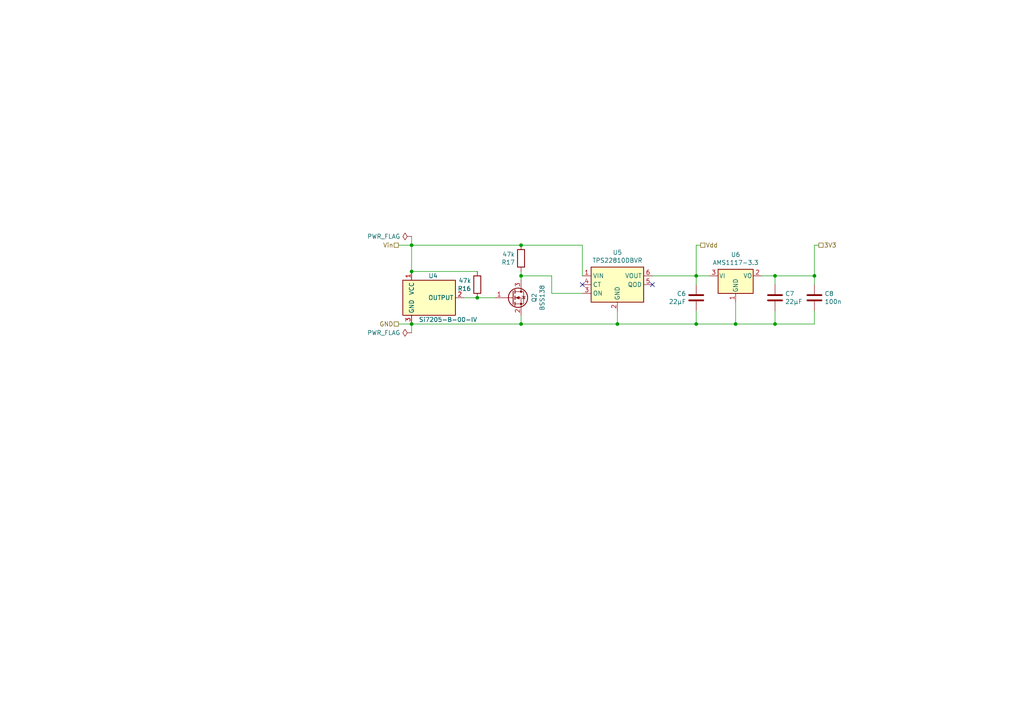
<source format=kicad_sch>
(kicad_sch (version 20211123) (generator eeschema)
  (paper "A4")
  (lib_symbols
    (symbol "Device:C" (pin_numbers hide) (pin_names (offset 0.254))
      (property "Reference" "C" (at 0.635 2.54 0))
      (property "Value" "C" (at 0.635 -2.54 0))
      (symbol "C_0_1"
        (polyline (pts (xy -2.032 -0.762) (xy 2.032 -0.762)) (stroke (width 0.508)))
        (polyline (pts (xy -2.032 0.762) (xy 2.032 0.762)) (stroke (width 0.508)))
      )
      (symbol "C_1_1"
        (pin passive line (at 0 3.81 270) (length 2.794) (name "~") (number "1"))
        (pin passive line (at 0 -3.81 90) (length 2.794) (name "~") (number "2"))
      )
    )
    (symbol "Device:R" (pin_numbers hide) (pin_names (offset 0))
      (property "Reference" "R" (at 2.032 0 90))
      (property "Value" "R" (at 0 0 90))
      (symbol "R_0_1"
        (rectangle (start -1.016 -2.54) (end 1.016 2.54) (stroke (width 0.254)))
      )
      (symbol "R_1_1"
        (pin passive line (at 0 3.81 270) (length 1.27) (name "~") (number "1"))
        (pin passive line (at 0 -3.81 90) (length 1.27) (name "~") (number "2"))
      )
    )
    (symbol "Power_Management:TPS22917DBV"
      (property "Reference" "U" (at -6.35 6.35 0))
      (property "Value" "TPS22917DBV" (at 2.54 6.35 0))
      (symbol "TPS22917DBV_0_1"
        (rectangle (start -7.62 5.08) (end 7.62 -5.08) (stroke (width 0.254)) (fill (type background)))
      )
      (symbol "TPS22917DBV_1_1"
        (pin power_in line (at -10.16 2.54 0) (length 2.54) (name "VIN") (number "1"))
        (pin power_in line (at 0 -7.62 90) (length 2.54) (name "GND") (number "2"))
        (pin input line (at -10.16 -2.54 0) (length 2.54) (name "ON") (number "3"))
        (pin output line (at -10.16 0 0) (length 2.54) (name "CT") (number "4"))
        (pin open_collector line (at 10.16 0 180) (length 2.54) (name "QOD") (number "5"))
        (pin power_out line (at 10.16 2.54 180) (length 2.54) (name "VOUT") (number "6"))
      )
    )
    (symbol "Regulator_Linear:AMS1117-3.3" (pin_names (offset 0.254))
      (property "Reference" "U" (at -3.81 3.175 0))
      (property "Value" "AMS1117-3.3" (at 0 3.175 0))
      (symbol "AMS1117-3.3_0_1"
        (rectangle (start -5.08 -5.08) (end 5.08 1.905) (stroke (width 0.254)) (fill (type background)))
      )
      (symbol "AMS1117-3.3_1_1"
        (pin power_in line (at 0 -7.62 90) (length 2.54) (name "GND") (number "1"))
        (pin power_out line (at 7.62 0 180) (length 2.54) (name "VO") (number "2"))
        (pin power_in line (at -7.62 0 0) (length 2.54) (name "VI") (number "3"))
      )
    )
    (symbol "Sensor_Magnetic:SM351LT"
      (property "Reference" "U" (at 5.08 8.89 0))
      (property "Value" "SM351LT" (at 2.54 6.35 0))
      (symbol "SM351LT_0_1"
        (rectangle (start 7.62 5.08) (end -7.62 -5.08) (stroke (width 0.254)) (fill (type background)))
      )
      (symbol "SM351LT_1_1"
        (pin power_in line (at -5.08 7.62 270) (length 2.54) (name "VCC") (number "1"))
        (pin output line (at 10.16 0 180) (length 2.54) (name "OUTPUT") (number "2"))
        (pin power_in line (at -5.08 -7.62 90) (length 2.54) (name "GND") (number "3"))
      )
    )
    (symbol "Transistor_FET:BSS138" (pin_names hide)
      (property "Reference" "Q" (at 5.08 1.905 0))
      (property "Value" "BSS138" (at 5.08 0 0))
      (symbol "BSS138_0_1"
        (polyline (pts (xy 0.254 0) (xy -2.54 0)))
        (polyline (pts (xy 0.254 1.905) (xy 0.254 -1.905)) (stroke (width 0.254)))
        (polyline (pts (xy 0.762 -1.27) (xy 0.762 -2.286)) (stroke (width 0.254)))
        (polyline (pts (xy 0.762 0.508) (xy 0.762 -0.508)) (stroke (width 0.254)))
        (polyline (pts (xy 0.762 2.286) (xy 0.762 1.27)) (stroke (width 0.254)))
        (polyline (pts (xy 2.54 2.54) (xy 2.54 1.778)))
        (polyline (pts (xy 2.54 -2.54) (xy 2.54 0) (xy 0.762 0)))
        (polyline (pts (xy 0.762 -1.778) (xy 3.302 -1.778) (xy 3.302 1.778) (xy 0.762 1.778)))
        (polyline (pts (xy 1.016 0) (xy 2.032 0.381) (xy 2.032 -0.381) (xy 1.016 0)) (fill (type outline)))
        (polyline (pts (xy 2.794 0.508) (xy 2.921 0.381) (xy 3.683 0.381) (xy 3.81 0.254)))
        (polyline (pts (xy 3.302 0.381) (xy 2.921 -0.254) (xy 3.683 -0.254) (xy 3.302 0.381)))
        (circle (center 1.651 0) (radius 2.794) (stroke (width 0.254)))
        (circle (center 2.54 -1.778) (radius 0.254) (fill (type outline)))
        (circle (center 2.54 1.778) (radius 0.254) (fill (type outline)))
      )
      (symbol "BSS138_1_1"
        (pin input line (at -5.08 0 0) (length 2.54) (name "G") (number "1"))
        (pin passive line (at 2.54 -5.08 90) (length 2.54) (name "S") (number "2"))
        (pin passive line (at 2.54 5.08 270) (length 2.54) (name "D") (number "3"))
      )
    )
    (symbol "power:PWR_FLAG" (power) (pin_numbers hide) (pin_names (offset 0) hide)
      (property "Value" "PWR_FLAG" (at 0 3.81 0))
      (symbol "PWR_FLAG_0_0"
        (pin power_out line (at 0 0 90) (length 0) (name "pwr") (number "1"))
      )
      (symbol "PWR_FLAG_0_1"
        (polyline (pts (xy 0 0) (xy 0 1.27) (xy -1.016 1.905) (xy 0 2.54) (xy 1.016 1.905) (xy 0 1.27)))
      )
    )
  )
  (junction (at 151.13 93.98))
  (junction (at 224.79 93.98))
  (junction (at 224.79 80.01))
  (junction (at 213.36 93.98))
  (junction (at 119.38 93.98))
  (junction (at 119.38 71.12))
  (junction (at 179.07 93.98))
  (junction (at 138.43 86.36))
  (junction (at 151.13 71.12))
  (junction (at 201.93 80.01))
  (junction (at 119.38 78.74))
  (junction (at 151.13 80.01))
  (junction (at 201.93 93.98))
  (junction (at 236.22 80.01))
  (no_connect (at 168.91 82.55))
  (no_connect (at 189.23 82.55))
  (wire (pts (xy 201.93 71.12) (xy 201.93 80.01)))
  (wire (pts (xy 119.38 71.12) (xy 151.13 71.12)))
  (wire (pts (xy 179.07 93.98) (xy 151.13 93.98)))
  (wire (pts (xy 179.07 90.17) (xy 179.07 93.98)))
  (wire (pts (xy 224.79 80.01) (xy 224.79 82.55)))
  (wire (pts (xy 236.22 90.17) (xy 236.22 93.98)))
  (wire (pts (xy 119.38 78.74) (xy 138.43 78.74)))
  (wire (pts (xy 151.13 71.12) (xy 168.91 71.12)))
  (wire (pts (xy 160.02 85.09) (xy 160.02 80.01)))
  (wire (pts (xy 168.91 85.09) (xy 160.02 85.09)))
  (wire (pts (xy 213.36 87.63) (xy 213.36 93.98)))
  (wire (pts (xy 224.79 90.17) (xy 224.79 93.98)))
  (wire (pts (xy 134.62 86.36) (xy 138.43 86.36)))
  (wire (pts (xy 115.57 71.12) (xy 119.38 71.12)))
  (wire (pts (xy 168.91 80.01) (xy 168.91 71.12)))
  (wire (pts (xy 236.22 80.01) (xy 224.79 80.01)))
  (wire (pts (xy 151.13 93.98) (xy 119.38 93.98)))
  (wire (pts (xy 119.38 93.98) (xy 119.38 96.52)))
  (wire (pts (xy 213.36 93.98) (xy 224.79 93.98)))
  (wire (pts (xy 236.22 71.12) (xy 237.49 71.12)))
  (wire (pts (xy 151.13 80.01) (xy 151.13 81.28)))
  (wire (pts (xy 151.13 91.44) (xy 151.13 93.98)))
  (wire (pts (xy 189.23 80.01) (xy 201.93 80.01)))
  (wire (pts (xy 236.22 93.98) (xy 224.79 93.98)))
  (wire (pts (xy 236.22 82.55) (xy 236.22 80.01)))
  (wire (pts (xy 138.43 86.36) (xy 143.51 86.36)))
  (wire (pts (xy 220.98 80.01) (xy 224.79 80.01)))
  (wire (pts (xy 179.07 93.98) (xy 201.93 93.98)))
  (wire (pts (xy 201.93 80.01) (xy 201.93 82.55)))
  (wire (pts (xy 151.13 78.74) (xy 151.13 80.01)))
  (wire (pts (xy 203.2 71.12) (xy 201.93 71.12)))
  (wire (pts (xy 201.93 90.17) (xy 201.93 93.98)))
  (wire (pts (xy 236.22 80.01) (xy 236.22 71.12)))
  (wire (pts (xy 151.13 80.01) (xy 160.02 80.01)))
  (wire (pts (xy 201.93 93.98) (xy 213.36 93.98)))
  (wire (pts (xy 115.57 93.98) (xy 119.38 93.98)))
  (wire (pts (xy 119.38 68.58) (xy 119.38 71.12)))
  (wire (pts (xy 119.38 71.12) (xy 119.38 78.74)))
  (wire (pts (xy 205.74 80.01) (xy 201.93 80.01)))
  (hierarchical_label "Vin" (shape passive) (at 115.57 71.12 180))
  (hierarchical_label "GND" (shape passive) (at 115.57 93.98 180))
  (hierarchical_label "3V3" (shape passive) (at 237.49 71.12 0))
  (hierarchical_label "Vdd" (shape passive) (at 203.2 71.12 0))
  (symbol (lib_id "Device:C") (at 236.22 86.36 0) (unit 1)
    (property "Reference" "C8" (at 239.141 85.1916 0) (effects (justify left)))
    (property "Value" "100n" (at 239.141 87.503 0) (effects (justify left)))
    (property "Footprint" "Capacitor_SMD:C_0805_2012Metric_Pad1.15x1.40mm_HandSolder" (effects hide))
  )
  (symbol (lib_id "Regulator_Linear:AMS1117-3.3") (at 213.36 80.01 0) (unit 1)
    (property "Reference" "U6" (at 213.36 73.8632 0))
    (property "Value" "AMS1117-3.3" (at 213.36 76.1746 0))
    (property "Footprint" "Package_TO_SOT_SMD:SOT-223-3_TabPin2" (effects hide))
    (property "Datasheet" "http://www.advanced-monolithic.com/pdf/ds1117.pdf" (effects hide))
  )
  (symbol (lib_id "Device:C") (at 224.79 86.36 0) (unit 1)
    (property "Reference" "C7" (at 227.711 85.1916 0) (effects (justify left)))
    (property "Value" "22µF" (at 227.711 87.503 0) (effects (justify left)))
    (property "Footprint" "Capacitor_SMD:C_1210_3225Metric_Pad1.42x2.65mm_HandSolder" (effects hide))
  )
  (symbol (lib_id "Device:C") (at 201.93 86.36 0) (unit 1)
    (property "Reference" "C6" (at 199.009 85.1916 0) (effects (justify right)))
    (property "Value" "22µF" (at 199.009 87.503 0) (effects (justify right)))
    (property "Footprint" "Capacitor_SMD:C_1210_3225Metric_Pad1.42x2.65mm_HandSolder" (effects hide))
  )
  (symbol (lib_id "Sensor_Magnetic:SM351LT") (at 124.46 86.36 0) (unit 1)
    (property "Reference" "U4" (at 127 80.01 0) (effects (justify right)))
    (property "Value" "Si7205-B-00-IV" (at 138.43 92.71 0) (effects (justify right)))
    (property "Footprint" "Package_TO_SOT_SMD:SOT-23" (effects hide))
    (property "Datasheet" "https://sensing.honeywell.com/honeywell-sensing-nanopower-series-product-sheet-50095501-a-en.pdf" (effects hide))
  )
  (symbol (lib_id "Transistor_FET:BSS138") (at 148.59 86.36 0) (unit 1)
    (property "Reference" "Q2" (at 154.94 86.36 90))
    (property "Value" "BSS138" (at 157.2514 86.36 90))
    (property "Footprint" "Package_TO_SOT_SMD:SOT-23" (effects hide))
    (property "Datasheet" "https://www.fairchildsemi.com/datasheets/BS/BSS138.pdf" (effects hide))
  )
  (symbol (lib_id "Device:R") (at 138.43 82.55 180) (unit 1)
    (property "Reference" "R16" (at 136.652 83.7184 0) (effects (justify left)))
    (property "Value" "47k" (at 136.652 81.407 0) (effects (justify left)))
    (property "Footprint" "Resistor_SMD:R_1206_3216Metric_Pad1.42x1.75mm_HandSolder" (effects hide))
  )
  (symbol (lib_id "Device:R") (at 151.13 74.93 180) (unit 1)
    (property "Reference" "R17" (at 149.352 76.0984 0) (effects (justify left)))
    (property "Value" "47k" (at 149.352 73.787 0) (effects (justify left)))
    (property "Footprint" "Resistor_SMD:R_1206_3216Metric_Pad1.42x1.75mm_HandSolder" (effects hide))
  )
  (symbol (lib_id "Power_Management:TPS22917DBV") (at 179.07 82.55 0) (unit 1)
    (property "Reference" "U5" (at 179.07 73.2282 0))
    (property "Value" "TPS22810DBVR" (at 179.07 75.5396 0))
    (property "Footprint" "Package_TO_SOT_SMD:SOT-23-6" (effects hide))
    (property "Datasheet" "http://www.ti.com/lit/ds/symlink/tps22917.pdf" (effects hide))
  )
  (symbol (lib_id "power:PWR_FLAG") (at 119.38 68.58 90) (unit 1)
    (property "Reference" "#FLG01" (effects hide))
    (property "Value" "PWR_FLAG" (at 116.1288 68.58 90) (effects (justify left)))
  )
  (symbol (lib_id "power:PWR_FLAG") (at 119.38 96.52 90) (unit 1)
    (property "Reference" "#FLG02" (effects hide))
    (property "Value" "PWR_FLAG" (at 116.1288 96.52 90) (effects (justify left)))
  )
)
</source>
